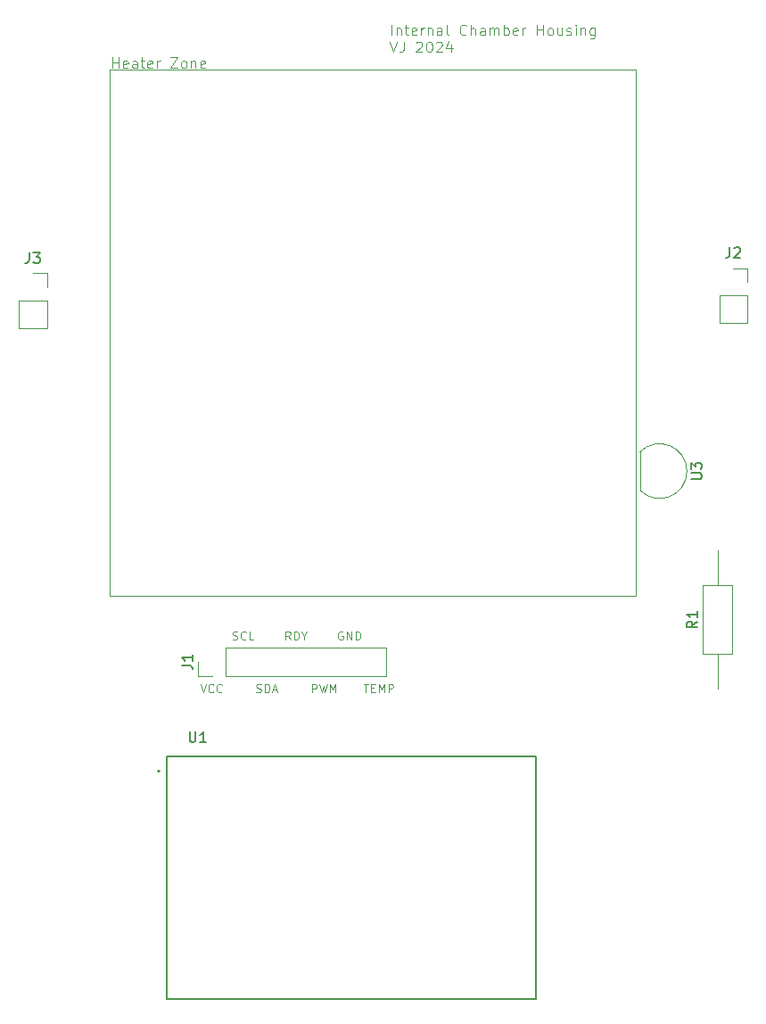
<source format=gbr>
%TF.GenerationSoftware,KiCad,Pcbnew,8.0.6*%
%TF.CreationDate,2025-01-04T10:48:04+08:00*%
%TF.ProjectId,Internal Chamber,496e7465-726e-4616-9c20-4368616d6265,rev?*%
%TF.SameCoordinates,Original*%
%TF.FileFunction,Legend,Top*%
%TF.FilePolarity,Positive*%
%FSLAX46Y46*%
G04 Gerber Fmt 4.6, Leading zero omitted, Abs format (unit mm)*
G04 Created by KiCad (PCBNEW 8.0.6) date 2025-01-04 10:48:04*
%MOMM*%
%LPD*%
G01*
G04 APERTURE LIST*
%ADD10C,0.100000*%
%ADD11C,0.150000*%
%ADD12C,0.120000*%
%ADD13C,0.200000*%
%ADD14C,0.127000*%
G04 APERTURE END LIST*
D10*
X172756265Y-107146895D02*
X172756265Y-106346895D01*
X172756265Y-106346895D02*
X173061027Y-106346895D01*
X173061027Y-106346895D02*
X173137217Y-106384990D01*
X173137217Y-106384990D02*
X173175312Y-106423085D01*
X173175312Y-106423085D02*
X173213408Y-106499276D01*
X173213408Y-106499276D02*
X173213408Y-106613561D01*
X173213408Y-106613561D02*
X173175312Y-106689752D01*
X173175312Y-106689752D02*
X173137217Y-106727847D01*
X173137217Y-106727847D02*
X173061027Y-106765942D01*
X173061027Y-106765942D02*
X172756265Y-106765942D01*
X173480074Y-106346895D02*
X173670550Y-107146895D01*
X173670550Y-107146895D02*
X173822931Y-106575466D01*
X173822931Y-106575466D02*
X173975312Y-107146895D01*
X173975312Y-107146895D02*
X174165789Y-106346895D01*
X174470551Y-107146895D02*
X174470551Y-106346895D01*
X174470551Y-106346895D02*
X174737217Y-106918323D01*
X174737217Y-106918323D02*
X175003884Y-106346895D01*
X175003884Y-106346895D02*
X175003884Y-107146895D01*
X167468169Y-107108800D02*
X167582455Y-107146895D01*
X167582455Y-107146895D02*
X167772931Y-107146895D01*
X167772931Y-107146895D02*
X167849122Y-107108800D01*
X167849122Y-107108800D02*
X167887217Y-107070704D01*
X167887217Y-107070704D02*
X167925312Y-106994514D01*
X167925312Y-106994514D02*
X167925312Y-106918323D01*
X167925312Y-106918323D02*
X167887217Y-106842133D01*
X167887217Y-106842133D02*
X167849122Y-106804038D01*
X167849122Y-106804038D02*
X167772931Y-106765942D01*
X167772931Y-106765942D02*
X167620550Y-106727847D01*
X167620550Y-106727847D02*
X167544360Y-106689752D01*
X167544360Y-106689752D02*
X167506265Y-106651657D01*
X167506265Y-106651657D02*
X167468169Y-106575466D01*
X167468169Y-106575466D02*
X167468169Y-106499276D01*
X167468169Y-106499276D02*
X167506265Y-106423085D01*
X167506265Y-106423085D02*
X167544360Y-106384990D01*
X167544360Y-106384990D02*
X167620550Y-106346895D01*
X167620550Y-106346895D02*
X167811027Y-106346895D01*
X167811027Y-106346895D02*
X167925312Y-106384990D01*
X168268170Y-107146895D02*
X168268170Y-106346895D01*
X168268170Y-106346895D02*
X168458646Y-106346895D01*
X168458646Y-106346895D02*
X168572932Y-106384990D01*
X168572932Y-106384990D02*
X168649122Y-106461180D01*
X168649122Y-106461180D02*
X168687217Y-106537371D01*
X168687217Y-106537371D02*
X168725313Y-106689752D01*
X168725313Y-106689752D02*
X168725313Y-106804038D01*
X168725313Y-106804038D02*
X168687217Y-106956419D01*
X168687217Y-106956419D02*
X168649122Y-107032609D01*
X168649122Y-107032609D02*
X168572932Y-107108800D01*
X168572932Y-107108800D02*
X168458646Y-107146895D01*
X168458646Y-107146895D02*
X168268170Y-107146895D01*
X169030074Y-106918323D02*
X169411027Y-106918323D01*
X168953884Y-107146895D02*
X169220551Y-106346895D01*
X169220551Y-106346895D02*
X169487217Y-107146895D01*
X165218169Y-102108800D02*
X165332455Y-102146895D01*
X165332455Y-102146895D02*
X165522931Y-102146895D01*
X165522931Y-102146895D02*
X165599122Y-102108800D01*
X165599122Y-102108800D02*
X165637217Y-102070704D01*
X165637217Y-102070704D02*
X165675312Y-101994514D01*
X165675312Y-101994514D02*
X165675312Y-101918323D01*
X165675312Y-101918323D02*
X165637217Y-101842133D01*
X165637217Y-101842133D02*
X165599122Y-101804038D01*
X165599122Y-101804038D02*
X165522931Y-101765942D01*
X165522931Y-101765942D02*
X165370550Y-101727847D01*
X165370550Y-101727847D02*
X165294360Y-101689752D01*
X165294360Y-101689752D02*
X165256265Y-101651657D01*
X165256265Y-101651657D02*
X165218169Y-101575466D01*
X165218169Y-101575466D02*
X165218169Y-101499276D01*
X165218169Y-101499276D02*
X165256265Y-101423085D01*
X165256265Y-101423085D02*
X165294360Y-101384990D01*
X165294360Y-101384990D02*
X165370550Y-101346895D01*
X165370550Y-101346895D02*
X165561027Y-101346895D01*
X165561027Y-101346895D02*
X165675312Y-101384990D01*
X166475313Y-102070704D02*
X166437217Y-102108800D01*
X166437217Y-102108800D02*
X166322932Y-102146895D01*
X166322932Y-102146895D02*
X166246741Y-102146895D01*
X166246741Y-102146895D02*
X166132455Y-102108800D01*
X166132455Y-102108800D02*
X166056265Y-102032609D01*
X166056265Y-102032609D02*
X166018170Y-101956419D01*
X166018170Y-101956419D02*
X165980074Y-101804038D01*
X165980074Y-101804038D02*
X165980074Y-101689752D01*
X165980074Y-101689752D02*
X166018170Y-101537371D01*
X166018170Y-101537371D02*
X166056265Y-101461180D01*
X166056265Y-101461180D02*
X166132455Y-101384990D01*
X166132455Y-101384990D02*
X166246741Y-101346895D01*
X166246741Y-101346895D02*
X166322932Y-101346895D01*
X166322932Y-101346895D02*
X166437217Y-101384990D01*
X166437217Y-101384990D02*
X166475313Y-101423085D01*
X167199122Y-102146895D02*
X166818170Y-102146895D01*
X166818170Y-102146895D02*
X166818170Y-101346895D01*
X170713408Y-102146895D02*
X170446741Y-101765942D01*
X170256265Y-102146895D02*
X170256265Y-101346895D01*
X170256265Y-101346895D02*
X170561027Y-101346895D01*
X170561027Y-101346895D02*
X170637217Y-101384990D01*
X170637217Y-101384990D02*
X170675312Y-101423085D01*
X170675312Y-101423085D02*
X170713408Y-101499276D01*
X170713408Y-101499276D02*
X170713408Y-101613561D01*
X170713408Y-101613561D02*
X170675312Y-101689752D01*
X170675312Y-101689752D02*
X170637217Y-101727847D01*
X170637217Y-101727847D02*
X170561027Y-101765942D01*
X170561027Y-101765942D02*
X170256265Y-101765942D01*
X171056265Y-102146895D02*
X171056265Y-101346895D01*
X171056265Y-101346895D02*
X171246741Y-101346895D01*
X171246741Y-101346895D02*
X171361027Y-101384990D01*
X171361027Y-101384990D02*
X171437217Y-101461180D01*
X171437217Y-101461180D02*
X171475312Y-101537371D01*
X171475312Y-101537371D02*
X171513408Y-101689752D01*
X171513408Y-101689752D02*
X171513408Y-101804038D01*
X171513408Y-101804038D02*
X171475312Y-101956419D01*
X171475312Y-101956419D02*
X171437217Y-102032609D01*
X171437217Y-102032609D02*
X171361027Y-102108800D01*
X171361027Y-102108800D02*
X171246741Y-102146895D01*
X171246741Y-102146895D02*
X171056265Y-102146895D01*
X172008646Y-101765942D02*
X172008646Y-102146895D01*
X171741979Y-101346895D02*
X172008646Y-101765942D01*
X172008646Y-101765942D02*
X172275312Y-101346895D01*
X177641979Y-106346895D02*
X178099122Y-106346895D01*
X177870550Y-107146895D02*
X177870550Y-106346895D01*
X178365789Y-106727847D02*
X178632455Y-106727847D01*
X178746741Y-107146895D02*
X178365789Y-107146895D01*
X178365789Y-107146895D02*
X178365789Y-106346895D01*
X178365789Y-106346895D02*
X178746741Y-106346895D01*
X179089599Y-107146895D02*
X179089599Y-106346895D01*
X179089599Y-106346895D02*
X179356265Y-106918323D01*
X179356265Y-106918323D02*
X179622932Y-106346895D01*
X179622932Y-106346895D02*
X179622932Y-107146895D01*
X180003885Y-107146895D02*
X180003885Y-106346895D01*
X180003885Y-106346895D02*
X180308647Y-106346895D01*
X180308647Y-106346895D02*
X180384837Y-106384990D01*
X180384837Y-106384990D02*
X180422932Y-106423085D01*
X180422932Y-106423085D02*
X180461028Y-106499276D01*
X180461028Y-106499276D02*
X180461028Y-106613561D01*
X180461028Y-106613561D02*
X180422932Y-106689752D01*
X180422932Y-106689752D02*
X180384837Y-106727847D01*
X180384837Y-106727847D02*
X180308647Y-106765942D01*
X180308647Y-106765942D02*
X180003885Y-106765942D01*
X175675312Y-101384990D02*
X175599122Y-101346895D01*
X175599122Y-101346895D02*
X175484836Y-101346895D01*
X175484836Y-101346895D02*
X175370550Y-101384990D01*
X175370550Y-101384990D02*
X175294360Y-101461180D01*
X175294360Y-101461180D02*
X175256265Y-101537371D01*
X175256265Y-101537371D02*
X175218169Y-101689752D01*
X175218169Y-101689752D02*
X175218169Y-101804038D01*
X175218169Y-101804038D02*
X175256265Y-101956419D01*
X175256265Y-101956419D02*
X175294360Y-102032609D01*
X175294360Y-102032609D02*
X175370550Y-102108800D01*
X175370550Y-102108800D02*
X175484836Y-102146895D01*
X175484836Y-102146895D02*
X175561027Y-102146895D01*
X175561027Y-102146895D02*
X175675312Y-102108800D01*
X175675312Y-102108800D02*
X175713408Y-102070704D01*
X175713408Y-102070704D02*
X175713408Y-101804038D01*
X175713408Y-101804038D02*
X175561027Y-101804038D01*
X176056265Y-102146895D02*
X176056265Y-101346895D01*
X176056265Y-101346895D02*
X176513408Y-102146895D01*
X176513408Y-102146895D02*
X176513408Y-101346895D01*
X176894360Y-102146895D02*
X176894360Y-101346895D01*
X176894360Y-101346895D02*
X177084836Y-101346895D01*
X177084836Y-101346895D02*
X177199122Y-101384990D01*
X177199122Y-101384990D02*
X177275312Y-101461180D01*
X177275312Y-101461180D02*
X177313407Y-101537371D01*
X177313407Y-101537371D02*
X177351503Y-101689752D01*
X177351503Y-101689752D02*
X177351503Y-101804038D01*
X177351503Y-101804038D02*
X177313407Y-101956419D01*
X177313407Y-101956419D02*
X177275312Y-102032609D01*
X177275312Y-102032609D02*
X177199122Y-102108800D01*
X177199122Y-102108800D02*
X177084836Y-102146895D01*
X177084836Y-102146895D02*
X176894360Y-102146895D01*
X162141979Y-106346895D02*
X162408646Y-107146895D01*
X162408646Y-107146895D02*
X162675312Y-106346895D01*
X163399122Y-107070704D02*
X163361026Y-107108800D01*
X163361026Y-107108800D02*
X163246741Y-107146895D01*
X163246741Y-107146895D02*
X163170550Y-107146895D01*
X163170550Y-107146895D02*
X163056264Y-107108800D01*
X163056264Y-107108800D02*
X162980074Y-107032609D01*
X162980074Y-107032609D02*
X162941979Y-106956419D01*
X162941979Y-106956419D02*
X162903883Y-106804038D01*
X162903883Y-106804038D02*
X162903883Y-106689752D01*
X162903883Y-106689752D02*
X162941979Y-106537371D01*
X162941979Y-106537371D02*
X162980074Y-106461180D01*
X162980074Y-106461180D02*
X163056264Y-106384990D01*
X163056264Y-106384990D02*
X163170550Y-106346895D01*
X163170550Y-106346895D02*
X163246741Y-106346895D01*
X163246741Y-106346895D02*
X163361026Y-106384990D01*
X163361026Y-106384990D02*
X163399122Y-106423085D01*
X164199122Y-107070704D02*
X164161026Y-107108800D01*
X164161026Y-107108800D02*
X164046741Y-107146895D01*
X164046741Y-107146895D02*
X163970550Y-107146895D01*
X163970550Y-107146895D02*
X163856264Y-107108800D01*
X163856264Y-107108800D02*
X163780074Y-107032609D01*
X163780074Y-107032609D02*
X163741979Y-106956419D01*
X163741979Y-106956419D02*
X163703883Y-106804038D01*
X163703883Y-106804038D02*
X163703883Y-106689752D01*
X163703883Y-106689752D02*
X163741979Y-106537371D01*
X163741979Y-106537371D02*
X163780074Y-106461180D01*
X163780074Y-106461180D02*
X163856264Y-106384990D01*
X163856264Y-106384990D02*
X163970550Y-106346895D01*
X163970550Y-106346895D02*
X164046741Y-106346895D01*
X164046741Y-106346895D02*
X164161026Y-106384990D01*
X164161026Y-106384990D02*
X164199122Y-106423085D01*
X153500000Y-48000000D02*
X203500000Y-48000000D01*
X203500000Y-98000000D01*
X153500000Y-98000000D01*
X153500000Y-48000000D01*
X153803884Y-47872419D02*
X153803884Y-46872419D01*
X153803884Y-47348609D02*
X154375312Y-47348609D01*
X154375312Y-47872419D02*
X154375312Y-46872419D01*
X155232455Y-47824800D02*
X155137217Y-47872419D01*
X155137217Y-47872419D02*
X154946741Y-47872419D01*
X154946741Y-47872419D02*
X154851503Y-47824800D01*
X154851503Y-47824800D02*
X154803884Y-47729561D01*
X154803884Y-47729561D02*
X154803884Y-47348609D01*
X154803884Y-47348609D02*
X154851503Y-47253371D01*
X154851503Y-47253371D02*
X154946741Y-47205752D01*
X154946741Y-47205752D02*
X155137217Y-47205752D01*
X155137217Y-47205752D02*
X155232455Y-47253371D01*
X155232455Y-47253371D02*
X155280074Y-47348609D01*
X155280074Y-47348609D02*
X155280074Y-47443847D01*
X155280074Y-47443847D02*
X154803884Y-47539085D01*
X156137217Y-47872419D02*
X156137217Y-47348609D01*
X156137217Y-47348609D02*
X156089598Y-47253371D01*
X156089598Y-47253371D02*
X155994360Y-47205752D01*
X155994360Y-47205752D02*
X155803884Y-47205752D01*
X155803884Y-47205752D02*
X155708646Y-47253371D01*
X156137217Y-47824800D02*
X156041979Y-47872419D01*
X156041979Y-47872419D02*
X155803884Y-47872419D01*
X155803884Y-47872419D02*
X155708646Y-47824800D01*
X155708646Y-47824800D02*
X155661027Y-47729561D01*
X155661027Y-47729561D02*
X155661027Y-47634323D01*
X155661027Y-47634323D02*
X155708646Y-47539085D01*
X155708646Y-47539085D02*
X155803884Y-47491466D01*
X155803884Y-47491466D02*
X156041979Y-47491466D01*
X156041979Y-47491466D02*
X156137217Y-47443847D01*
X156470551Y-47205752D02*
X156851503Y-47205752D01*
X156613408Y-46872419D02*
X156613408Y-47729561D01*
X156613408Y-47729561D02*
X156661027Y-47824800D01*
X156661027Y-47824800D02*
X156756265Y-47872419D01*
X156756265Y-47872419D02*
X156851503Y-47872419D01*
X157565789Y-47824800D02*
X157470551Y-47872419D01*
X157470551Y-47872419D02*
X157280075Y-47872419D01*
X157280075Y-47872419D02*
X157184837Y-47824800D01*
X157184837Y-47824800D02*
X157137218Y-47729561D01*
X157137218Y-47729561D02*
X157137218Y-47348609D01*
X157137218Y-47348609D02*
X157184837Y-47253371D01*
X157184837Y-47253371D02*
X157280075Y-47205752D01*
X157280075Y-47205752D02*
X157470551Y-47205752D01*
X157470551Y-47205752D02*
X157565789Y-47253371D01*
X157565789Y-47253371D02*
X157613408Y-47348609D01*
X157613408Y-47348609D02*
X157613408Y-47443847D01*
X157613408Y-47443847D02*
X157137218Y-47539085D01*
X158041980Y-47872419D02*
X158041980Y-47205752D01*
X158041980Y-47396228D02*
X158089599Y-47300990D01*
X158089599Y-47300990D02*
X158137218Y-47253371D01*
X158137218Y-47253371D02*
X158232456Y-47205752D01*
X158232456Y-47205752D02*
X158327694Y-47205752D01*
X159327695Y-46872419D02*
X159994361Y-46872419D01*
X159994361Y-46872419D02*
X159327695Y-47872419D01*
X159327695Y-47872419D02*
X159994361Y-47872419D01*
X160518171Y-47872419D02*
X160422933Y-47824800D01*
X160422933Y-47824800D02*
X160375314Y-47777180D01*
X160375314Y-47777180D02*
X160327695Y-47681942D01*
X160327695Y-47681942D02*
X160327695Y-47396228D01*
X160327695Y-47396228D02*
X160375314Y-47300990D01*
X160375314Y-47300990D02*
X160422933Y-47253371D01*
X160422933Y-47253371D02*
X160518171Y-47205752D01*
X160518171Y-47205752D02*
X160661028Y-47205752D01*
X160661028Y-47205752D02*
X160756266Y-47253371D01*
X160756266Y-47253371D02*
X160803885Y-47300990D01*
X160803885Y-47300990D02*
X160851504Y-47396228D01*
X160851504Y-47396228D02*
X160851504Y-47681942D01*
X160851504Y-47681942D02*
X160803885Y-47777180D01*
X160803885Y-47777180D02*
X160756266Y-47824800D01*
X160756266Y-47824800D02*
X160661028Y-47872419D01*
X160661028Y-47872419D02*
X160518171Y-47872419D01*
X161280076Y-47205752D02*
X161280076Y-47872419D01*
X161280076Y-47300990D02*
X161327695Y-47253371D01*
X161327695Y-47253371D02*
X161422933Y-47205752D01*
X161422933Y-47205752D02*
X161565790Y-47205752D01*
X161565790Y-47205752D02*
X161661028Y-47253371D01*
X161661028Y-47253371D02*
X161708647Y-47348609D01*
X161708647Y-47348609D02*
X161708647Y-47872419D01*
X162565790Y-47824800D02*
X162470552Y-47872419D01*
X162470552Y-47872419D02*
X162280076Y-47872419D01*
X162280076Y-47872419D02*
X162184838Y-47824800D01*
X162184838Y-47824800D02*
X162137219Y-47729561D01*
X162137219Y-47729561D02*
X162137219Y-47348609D01*
X162137219Y-47348609D02*
X162184838Y-47253371D01*
X162184838Y-47253371D02*
X162280076Y-47205752D01*
X162280076Y-47205752D02*
X162470552Y-47205752D01*
X162470552Y-47205752D02*
X162565790Y-47253371D01*
X162565790Y-47253371D02*
X162613409Y-47348609D01*
X162613409Y-47348609D02*
X162613409Y-47443847D01*
X162613409Y-47443847D02*
X162137219Y-47539085D01*
X180303884Y-44762475D02*
X180303884Y-43762475D01*
X180780074Y-44095808D02*
X180780074Y-44762475D01*
X180780074Y-44191046D02*
X180827693Y-44143427D01*
X180827693Y-44143427D02*
X180922931Y-44095808D01*
X180922931Y-44095808D02*
X181065788Y-44095808D01*
X181065788Y-44095808D02*
X181161026Y-44143427D01*
X181161026Y-44143427D02*
X181208645Y-44238665D01*
X181208645Y-44238665D02*
X181208645Y-44762475D01*
X181541979Y-44095808D02*
X181922931Y-44095808D01*
X181684836Y-43762475D02*
X181684836Y-44619617D01*
X181684836Y-44619617D02*
X181732455Y-44714856D01*
X181732455Y-44714856D02*
X181827693Y-44762475D01*
X181827693Y-44762475D02*
X181922931Y-44762475D01*
X182637217Y-44714856D02*
X182541979Y-44762475D01*
X182541979Y-44762475D02*
X182351503Y-44762475D01*
X182351503Y-44762475D02*
X182256265Y-44714856D01*
X182256265Y-44714856D02*
X182208646Y-44619617D01*
X182208646Y-44619617D02*
X182208646Y-44238665D01*
X182208646Y-44238665D02*
X182256265Y-44143427D01*
X182256265Y-44143427D02*
X182351503Y-44095808D01*
X182351503Y-44095808D02*
X182541979Y-44095808D01*
X182541979Y-44095808D02*
X182637217Y-44143427D01*
X182637217Y-44143427D02*
X182684836Y-44238665D01*
X182684836Y-44238665D02*
X182684836Y-44333903D01*
X182684836Y-44333903D02*
X182208646Y-44429141D01*
X183113408Y-44762475D02*
X183113408Y-44095808D01*
X183113408Y-44286284D02*
X183161027Y-44191046D01*
X183161027Y-44191046D02*
X183208646Y-44143427D01*
X183208646Y-44143427D02*
X183303884Y-44095808D01*
X183303884Y-44095808D02*
X183399122Y-44095808D01*
X183732456Y-44095808D02*
X183732456Y-44762475D01*
X183732456Y-44191046D02*
X183780075Y-44143427D01*
X183780075Y-44143427D02*
X183875313Y-44095808D01*
X183875313Y-44095808D02*
X184018170Y-44095808D01*
X184018170Y-44095808D02*
X184113408Y-44143427D01*
X184113408Y-44143427D02*
X184161027Y-44238665D01*
X184161027Y-44238665D02*
X184161027Y-44762475D01*
X185065789Y-44762475D02*
X185065789Y-44238665D01*
X185065789Y-44238665D02*
X185018170Y-44143427D01*
X185018170Y-44143427D02*
X184922932Y-44095808D01*
X184922932Y-44095808D02*
X184732456Y-44095808D01*
X184732456Y-44095808D02*
X184637218Y-44143427D01*
X185065789Y-44714856D02*
X184970551Y-44762475D01*
X184970551Y-44762475D02*
X184732456Y-44762475D01*
X184732456Y-44762475D02*
X184637218Y-44714856D01*
X184637218Y-44714856D02*
X184589599Y-44619617D01*
X184589599Y-44619617D02*
X184589599Y-44524379D01*
X184589599Y-44524379D02*
X184637218Y-44429141D01*
X184637218Y-44429141D02*
X184732456Y-44381522D01*
X184732456Y-44381522D02*
X184970551Y-44381522D01*
X184970551Y-44381522D02*
X185065789Y-44333903D01*
X185684837Y-44762475D02*
X185589599Y-44714856D01*
X185589599Y-44714856D02*
X185541980Y-44619617D01*
X185541980Y-44619617D02*
X185541980Y-43762475D01*
X187399123Y-44667236D02*
X187351504Y-44714856D01*
X187351504Y-44714856D02*
X187208647Y-44762475D01*
X187208647Y-44762475D02*
X187113409Y-44762475D01*
X187113409Y-44762475D02*
X186970552Y-44714856D01*
X186970552Y-44714856D02*
X186875314Y-44619617D01*
X186875314Y-44619617D02*
X186827695Y-44524379D01*
X186827695Y-44524379D02*
X186780076Y-44333903D01*
X186780076Y-44333903D02*
X186780076Y-44191046D01*
X186780076Y-44191046D02*
X186827695Y-44000570D01*
X186827695Y-44000570D02*
X186875314Y-43905332D01*
X186875314Y-43905332D02*
X186970552Y-43810094D01*
X186970552Y-43810094D02*
X187113409Y-43762475D01*
X187113409Y-43762475D02*
X187208647Y-43762475D01*
X187208647Y-43762475D02*
X187351504Y-43810094D01*
X187351504Y-43810094D02*
X187399123Y-43857713D01*
X187827695Y-44762475D02*
X187827695Y-43762475D01*
X188256266Y-44762475D02*
X188256266Y-44238665D01*
X188256266Y-44238665D02*
X188208647Y-44143427D01*
X188208647Y-44143427D02*
X188113409Y-44095808D01*
X188113409Y-44095808D02*
X187970552Y-44095808D01*
X187970552Y-44095808D02*
X187875314Y-44143427D01*
X187875314Y-44143427D02*
X187827695Y-44191046D01*
X189161028Y-44762475D02*
X189161028Y-44238665D01*
X189161028Y-44238665D02*
X189113409Y-44143427D01*
X189113409Y-44143427D02*
X189018171Y-44095808D01*
X189018171Y-44095808D02*
X188827695Y-44095808D01*
X188827695Y-44095808D02*
X188732457Y-44143427D01*
X189161028Y-44714856D02*
X189065790Y-44762475D01*
X189065790Y-44762475D02*
X188827695Y-44762475D01*
X188827695Y-44762475D02*
X188732457Y-44714856D01*
X188732457Y-44714856D02*
X188684838Y-44619617D01*
X188684838Y-44619617D02*
X188684838Y-44524379D01*
X188684838Y-44524379D02*
X188732457Y-44429141D01*
X188732457Y-44429141D02*
X188827695Y-44381522D01*
X188827695Y-44381522D02*
X189065790Y-44381522D01*
X189065790Y-44381522D02*
X189161028Y-44333903D01*
X189637219Y-44762475D02*
X189637219Y-44095808D01*
X189637219Y-44191046D02*
X189684838Y-44143427D01*
X189684838Y-44143427D02*
X189780076Y-44095808D01*
X189780076Y-44095808D02*
X189922933Y-44095808D01*
X189922933Y-44095808D02*
X190018171Y-44143427D01*
X190018171Y-44143427D02*
X190065790Y-44238665D01*
X190065790Y-44238665D02*
X190065790Y-44762475D01*
X190065790Y-44238665D02*
X190113409Y-44143427D01*
X190113409Y-44143427D02*
X190208647Y-44095808D01*
X190208647Y-44095808D02*
X190351504Y-44095808D01*
X190351504Y-44095808D02*
X190446743Y-44143427D01*
X190446743Y-44143427D02*
X190494362Y-44238665D01*
X190494362Y-44238665D02*
X190494362Y-44762475D01*
X190970552Y-44762475D02*
X190970552Y-43762475D01*
X190970552Y-44143427D02*
X191065790Y-44095808D01*
X191065790Y-44095808D02*
X191256266Y-44095808D01*
X191256266Y-44095808D02*
X191351504Y-44143427D01*
X191351504Y-44143427D02*
X191399123Y-44191046D01*
X191399123Y-44191046D02*
X191446742Y-44286284D01*
X191446742Y-44286284D02*
X191446742Y-44571998D01*
X191446742Y-44571998D02*
X191399123Y-44667236D01*
X191399123Y-44667236D02*
X191351504Y-44714856D01*
X191351504Y-44714856D02*
X191256266Y-44762475D01*
X191256266Y-44762475D02*
X191065790Y-44762475D01*
X191065790Y-44762475D02*
X190970552Y-44714856D01*
X192256266Y-44714856D02*
X192161028Y-44762475D01*
X192161028Y-44762475D02*
X191970552Y-44762475D01*
X191970552Y-44762475D02*
X191875314Y-44714856D01*
X191875314Y-44714856D02*
X191827695Y-44619617D01*
X191827695Y-44619617D02*
X191827695Y-44238665D01*
X191827695Y-44238665D02*
X191875314Y-44143427D01*
X191875314Y-44143427D02*
X191970552Y-44095808D01*
X191970552Y-44095808D02*
X192161028Y-44095808D01*
X192161028Y-44095808D02*
X192256266Y-44143427D01*
X192256266Y-44143427D02*
X192303885Y-44238665D01*
X192303885Y-44238665D02*
X192303885Y-44333903D01*
X192303885Y-44333903D02*
X191827695Y-44429141D01*
X192732457Y-44762475D02*
X192732457Y-44095808D01*
X192732457Y-44286284D02*
X192780076Y-44191046D01*
X192780076Y-44191046D02*
X192827695Y-44143427D01*
X192827695Y-44143427D02*
X192922933Y-44095808D01*
X192922933Y-44095808D02*
X193018171Y-44095808D01*
X194113410Y-44762475D02*
X194113410Y-43762475D01*
X194113410Y-44238665D02*
X194684838Y-44238665D01*
X194684838Y-44762475D02*
X194684838Y-43762475D01*
X195303886Y-44762475D02*
X195208648Y-44714856D01*
X195208648Y-44714856D02*
X195161029Y-44667236D01*
X195161029Y-44667236D02*
X195113410Y-44571998D01*
X195113410Y-44571998D02*
X195113410Y-44286284D01*
X195113410Y-44286284D02*
X195161029Y-44191046D01*
X195161029Y-44191046D02*
X195208648Y-44143427D01*
X195208648Y-44143427D02*
X195303886Y-44095808D01*
X195303886Y-44095808D02*
X195446743Y-44095808D01*
X195446743Y-44095808D02*
X195541981Y-44143427D01*
X195541981Y-44143427D02*
X195589600Y-44191046D01*
X195589600Y-44191046D02*
X195637219Y-44286284D01*
X195637219Y-44286284D02*
X195637219Y-44571998D01*
X195637219Y-44571998D02*
X195589600Y-44667236D01*
X195589600Y-44667236D02*
X195541981Y-44714856D01*
X195541981Y-44714856D02*
X195446743Y-44762475D01*
X195446743Y-44762475D02*
X195303886Y-44762475D01*
X196494362Y-44095808D02*
X196494362Y-44762475D01*
X196065791Y-44095808D02*
X196065791Y-44619617D01*
X196065791Y-44619617D02*
X196113410Y-44714856D01*
X196113410Y-44714856D02*
X196208648Y-44762475D01*
X196208648Y-44762475D02*
X196351505Y-44762475D01*
X196351505Y-44762475D02*
X196446743Y-44714856D01*
X196446743Y-44714856D02*
X196494362Y-44667236D01*
X196922934Y-44714856D02*
X197018172Y-44762475D01*
X197018172Y-44762475D02*
X197208648Y-44762475D01*
X197208648Y-44762475D02*
X197303886Y-44714856D01*
X197303886Y-44714856D02*
X197351505Y-44619617D01*
X197351505Y-44619617D02*
X197351505Y-44571998D01*
X197351505Y-44571998D02*
X197303886Y-44476760D01*
X197303886Y-44476760D02*
X197208648Y-44429141D01*
X197208648Y-44429141D02*
X197065791Y-44429141D01*
X197065791Y-44429141D02*
X196970553Y-44381522D01*
X196970553Y-44381522D02*
X196922934Y-44286284D01*
X196922934Y-44286284D02*
X196922934Y-44238665D01*
X196922934Y-44238665D02*
X196970553Y-44143427D01*
X196970553Y-44143427D02*
X197065791Y-44095808D01*
X197065791Y-44095808D02*
X197208648Y-44095808D01*
X197208648Y-44095808D02*
X197303886Y-44143427D01*
X197780077Y-44762475D02*
X197780077Y-44095808D01*
X197780077Y-43762475D02*
X197732458Y-43810094D01*
X197732458Y-43810094D02*
X197780077Y-43857713D01*
X197780077Y-43857713D02*
X197827696Y-43810094D01*
X197827696Y-43810094D02*
X197780077Y-43762475D01*
X197780077Y-43762475D02*
X197780077Y-43857713D01*
X198256267Y-44095808D02*
X198256267Y-44762475D01*
X198256267Y-44191046D02*
X198303886Y-44143427D01*
X198303886Y-44143427D02*
X198399124Y-44095808D01*
X198399124Y-44095808D02*
X198541981Y-44095808D01*
X198541981Y-44095808D02*
X198637219Y-44143427D01*
X198637219Y-44143427D02*
X198684838Y-44238665D01*
X198684838Y-44238665D02*
X198684838Y-44762475D01*
X199589600Y-44095808D02*
X199589600Y-44905332D01*
X199589600Y-44905332D02*
X199541981Y-45000570D01*
X199541981Y-45000570D02*
X199494362Y-45048189D01*
X199494362Y-45048189D02*
X199399124Y-45095808D01*
X199399124Y-45095808D02*
X199256267Y-45095808D01*
X199256267Y-45095808D02*
X199161029Y-45048189D01*
X199589600Y-44714856D02*
X199494362Y-44762475D01*
X199494362Y-44762475D02*
X199303886Y-44762475D01*
X199303886Y-44762475D02*
X199208648Y-44714856D01*
X199208648Y-44714856D02*
X199161029Y-44667236D01*
X199161029Y-44667236D02*
X199113410Y-44571998D01*
X199113410Y-44571998D02*
X199113410Y-44286284D01*
X199113410Y-44286284D02*
X199161029Y-44191046D01*
X199161029Y-44191046D02*
X199208648Y-44143427D01*
X199208648Y-44143427D02*
X199303886Y-44095808D01*
X199303886Y-44095808D02*
X199494362Y-44095808D01*
X199494362Y-44095808D02*
X199589600Y-44143427D01*
X180161027Y-45372419D02*
X180494360Y-46372419D01*
X180494360Y-46372419D02*
X180827693Y-45372419D01*
X181446741Y-45372419D02*
X181446741Y-46086704D01*
X181446741Y-46086704D02*
X181399122Y-46229561D01*
X181399122Y-46229561D02*
X181303884Y-46324800D01*
X181303884Y-46324800D02*
X181161027Y-46372419D01*
X181161027Y-46372419D02*
X181065789Y-46372419D01*
X182637218Y-45467657D02*
X182684837Y-45420038D01*
X182684837Y-45420038D02*
X182780075Y-45372419D01*
X182780075Y-45372419D02*
X183018170Y-45372419D01*
X183018170Y-45372419D02*
X183113408Y-45420038D01*
X183113408Y-45420038D02*
X183161027Y-45467657D01*
X183161027Y-45467657D02*
X183208646Y-45562895D01*
X183208646Y-45562895D02*
X183208646Y-45658133D01*
X183208646Y-45658133D02*
X183161027Y-45800990D01*
X183161027Y-45800990D02*
X182589599Y-46372419D01*
X182589599Y-46372419D02*
X183208646Y-46372419D01*
X183827694Y-45372419D02*
X183922932Y-45372419D01*
X183922932Y-45372419D02*
X184018170Y-45420038D01*
X184018170Y-45420038D02*
X184065789Y-45467657D01*
X184065789Y-45467657D02*
X184113408Y-45562895D01*
X184113408Y-45562895D02*
X184161027Y-45753371D01*
X184161027Y-45753371D02*
X184161027Y-45991466D01*
X184161027Y-45991466D02*
X184113408Y-46181942D01*
X184113408Y-46181942D02*
X184065789Y-46277180D01*
X184065789Y-46277180D02*
X184018170Y-46324800D01*
X184018170Y-46324800D02*
X183922932Y-46372419D01*
X183922932Y-46372419D02*
X183827694Y-46372419D01*
X183827694Y-46372419D02*
X183732456Y-46324800D01*
X183732456Y-46324800D02*
X183684837Y-46277180D01*
X183684837Y-46277180D02*
X183637218Y-46181942D01*
X183637218Y-46181942D02*
X183589599Y-45991466D01*
X183589599Y-45991466D02*
X183589599Y-45753371D01*
X183589599Y-45753371D02*
X183637218Y-45562895D01*
X183637218Y-45562895D02*
X183684837Y-45467657D01*
X183684837Y-45467657D02*
X183732456Y-45420038D01*
X183732456Y-45420038D02*
X183827694Y-45372419D01*
X184541980Y-45467657D02*
X184589599Y-45420038D01*
X184589599Y-45420038D02*
X184684837Y-45372419D01*
X184684837Y-45372419D02*
X184922932Y-45372419D01*
X184922932Y-45372419D02*
X185018170Y-45420038D01*
X185018170Y-45420038D02*
X185065789Y-45467657D01*
X185065789Y-45467657D02*
X185113408Y-45562895D01*
X185113408Y-45562895D02*
X185113408Y-45658133D01*
X185113408Y-45658133D02*
X185065789Y-45800990D01*
X185065789Y-45800990D02*
X184494361Y-46372419D01*
X184494361Y-46372419D02*
X185113408Y-46372419D01*
X185970551Y-45705752D02*
X185970551Y-46372419D01*
X185732456Y-45324800D02*
X185494361Y-46039085D01*
X185494361Y-46039085D02*
X186113408Y-46039085D01*
D11*
X145916666Y-65394819D02*
X145916666Y-66109104D01*
X145916666Y-66109104D02*
X145869047Y-66251961D01*
X145869047Y-66251961D02*
X145773809Y-66347200D01*
X145773809Y-66347200D02*
X145630952Y-66394819D01*
X145630952Y-66394819D02*
X145535714Y-66394819D01*
X146297619Y-65394819D02*
X146916666Y-65394819D01*
X146916666Y-65394819D02*
X146583333Y-65775771D01*
X146583333Y-65775771D02*
X146726190Y-65775771D01*
X146726190Y-65775771D02*
X146821428Y-65823390D01*
X146821428Y-65823390D02*
X146869047Y-65871009D01*
X146869047Y-65871009D02*
X146916666Y-65966247D01*
X146916666Y-65966247D02*
X146916666Y-66204342D01*
X146916666Y-66204342D02*
X146869047Y-66299580D01*
X146869047Y-66299580D02*
X146821428Y-66347200D01*
X146821428Y-66347200D02*
X146726190Y-66394819D01*
X146726190Y-66394819D02*
X146440476Y-66394819D01*
X146440476Y-66394819D02*
X146345238Y-66347200D01*
X146345238Y-66347200D02*
X146297619Y-66299580D01*
X212416666Y-64894819D02*
X212416666Y-65609104D01*
X212416666Y-65609104D02*
X212369047Y-65751961D01*
X212369047Y-65751961D02*
X212273809Y-65847200D01*
X212273809Y-65847200D02*
X212130952Y-65894819D01*
X212130952Y-65894819D02*
X212035714Y-65894819D01*
X212845238Y-64990057D02*
X212892857Y-64942438D01*
X212892857Y-64942438D02*
X212988095Y-64894819D01*
X212988095Y-64894819D02*
X213226190Y-64894819D01*
X213226190Y-64894819D02*
X213321428Y-64942438D01*
X213321428Y-64942438D02*
X213369047Y-64990057D01*
X213369047Y-64990057D02*
X213416666Y-65085295D01*
X213416666Y-65085295D02*
X213416666Y-65180533D01*
X213416666Y-65180533D02*
X213369047Y-65323390D01*
X213369047Y-65323390D02*
X212797619Y-65894819D01*
X212797619Y-65894819D02*
X213416666Y-65894819D01*
X161133095Y-110869819D02*
X161133095Y-111679342D01*
X161133095Y-111679342D02*
X161180714Y-111774580D01*
X161180714Y-111774580D02*
X161228333Y-111822200D01*
X161228333Y-111822200D02*
X161323571Y-111869819D01*
X161323571Y-111869819D02*
X161514047Y-111869819D01*
X161514047Y-111869819D02*
X161609285Y-111822200D01*
X161609285Y-111822200D02*
X161656904Y-111774580D01*
X161656904Y-111774580D02*
X161704523Y-111679342D01*
X161704523Y-111679342D02*
X161704523Y-110869819D01*
X162704523Y-111869819D02*
X162133095Y-111869819D01*
X162418809Y-111869819D02*
X162418809Y-110869819D01*
X162418809Y-110869819D02*
X162323571Y-111012676D01*
X162323571Y-111012676D02*
X162228333Y-111107914D01*
X162228333Y-111107914D02*
X162133095Y-111155533D01*
X209334819Y-100416666D02*
X208858628Y-100749999D01*
X209334819Y-100988094D02*
X208334819Y-100988094D01*
X208334819Y-100988094D02*
X208334819Y-100607142D01*
X208334819Y-100607142D02*
X208382438Y-100511904D01*
X208382438Y-100511904D02*
X208430057Y-100464285D01*
X208430057Y-100464285D02*
X208525295Y-100416666D01*
X208525295Y-100416666D02*
X208668152Y-100416666D01*
X208668152Y-100416666D02*
X208763390Y-100464285D01*
X208763390Y-100464285D02*
X208811009Y-100511904D01*
X208811009Y-100511904D02*
X208858628Y-100607142D01*
X208858628Y-100607142D02*
X208858628Y-100988094D01*
X209334819Y-99464285D02*
X209334819Y-100035713D01*
X209334819Y-99749999D02*
X208334819Y-99749999D01*
X208334819Y-99749999D02*
X208477676Y-99845237D01*
X208477676Y-99845237D02*
X208572914Y-99940475D01*
X208572914Y-99940475D02*
X208620533Y-100035713D01*
X160384819Y-104583333D02*
X161099104Y-104583333D01*
X161099104Y-104583333D02*
X161241961Y-104630952D01*
X161241961Y-104630952D02*
X161337200Y-104726190D01*
X161337200Y-104726190D02*
X161384819Y-104869047D01*
X161384819Y-104869047D02*
X161384819Y-104964285D01*
X161384819Y-103583333D02*
X161384819Y-104154761D01*
X161384819Y-103869047D02*
X160384819Y-103869047D01*
X160384819Y-103869047D02*
X160527676Y-103964285D01*
X160527676Y-103964285D02*
X160622914Y-104059523D01*
X160622914Y-104059523D02*
X160670533Y-104154761D01*
X208764819Y-86911904D02*
X209574342Y-86911904D01*
X209574342Y-86911904D02*
X209669580Y-86864285D01*
X209669580Y-86864285D02*
X209717200Y-86816666D01*
X209717200Y-86816666D02*
X209764819Y-86721428D01*
X209764819Y-86721428D02*
X209764819Y-86530952D01*
X209764819Y-86530952D02*
X209717200Y-86435714D01*
X209717200Y-86435714D02*
X209669580Y-86388095D01*
X209669580Y-86388095D02*
X209574342Y-86340476D01*
X209574342Y-86340476D02*
X208764819Y-86340476D01*
X208764819Y-85959523D02*
X208764819Y-85340476D01*
X208764819Y-85340476D02*
X209145771Y-85673809D01*
X209145771Y-85673809D02*
X209145771Y-85530952D01*
X209145771Y-85530952D02*
X209193390Y-85435714D01*
X209193390Y-85435714D02*
X209241009Y-85388095D01*
X209241009Y-85388095D02*
X209336247Y-85340476D01*
X209336247Y-85340476D02*
X209574342Y-85340476D01*
X209574342Y-85340476D02*
X209669580Y-85388095D01*
X209669580Y-85388095D02*
X209717200Y-85435714D01*
X209717200Y-85435714D02*
X209764819Y-85530952D01*
X209764819Y-85530952D02*
X209764819Y-85816666D01*
X209764819Y-85816666D02*
X209717200Y-85911904D01*
X209717200Y-85911904D02*
X209669580Y-85959523D01*
D12*
%TO.C,J3*%
X144920000Y-69980000D02*
X144920000Y-72580000D01*
X144920000Y-69980000D02*
X147580000Y-69980000D01*
X144920000Y-72580000D02*
X147580000Y-72580000D01*
X146250000Y-67380000D02*
X147580000Y-67380000D01*
X147580000Y-67380000D02*
X147580000Y-68710000D01*
X147580000Y-69980000D02*
X147580000Y-72580000D01*
%TO.C,J2*%
X211420000Y-69480000D02*
X211420000Y-72080000D01*
X211420000Y-69480000D02*
X214080000Y-69480000D01*
X211420000Y-72080000D02*
X214080000Y-72080000D01*
X212750000Y-66880000D02*
X214080000Y-66880000D01*
X214080000Y-66880000D02*
X214080000Y-68210000D01*
X214080000Y-69480000D02*
X214080000Y-72080000D01*
D13*
%TO.C,U1*%
X158300000Y-114650000D02*
G75*
G02*
X158100000Y-114650000I-100000J0D01*
G01*
X158100000Y-114650000D02*
G75*
G02*
X158300000Y-114650000I100000J0D01*
G01*
D14*
X194000000Y-136250000D02*
X159000000Y-136250000D01*
X194000000Y-113250000D02*
X194000000Y-136250000D01*
X159000000Y-136250000D02*
X159000000Y-113250000D01*
X159000000Y-113250000D02*
X194000000Y-113250000D01*
D12*
%TO.C,R1*%
X212620000Y-103520000D02*
X212620000Y-96980000D01*
X212620000Y-96980000D02*
X209880000Y-96980000D01*
X211250000Y-106830000D02*
X211250000Y-103520000D01*
X211250000Y-93670000D02*
X211250000Y-96980000D01*
X209880000Y-103520000D02*
X212620000Y-103520000D01*
X209880000Y-96980000D02*
X209880000Y-103520000D01*
%TO.C,J1*%
X161930000Y-105580000D02*
X161930000Y-104250000D01*
X163260000Y-105580000D02*
X161930000Y-105580000D01*
X164530000Y-102920000D02*
X179830000Y-102920000D01*
X164530000Y-105580000D02*
X164530000Y-102920000D01*
X164530000Y-105580000D02*
X179830000Y-105580000D01*
X179830000Y-105580000D02*
X179830000Y-102920000D01*
%TO.C,U3*%
X208350000Y-86150000D02*
G75*
G02*
X203911522Y-87988478I-2600000J0D01*
G01*
X203911522Y-84311522D02*
G75*
G02*
X208350001Y-86150000I1838478J-1838478D01*
G01*
X203900000Y-84350000D02*
X203900000Y-87950000D01*
%TD*%
M02*

</source>
